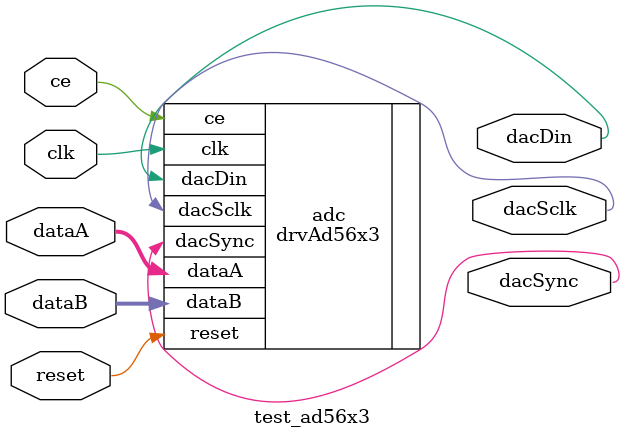
<source format=sv>

module test_ad56x3
    #(  parameter SIGN_A = "UNSIGNED",          // 0 for UNSIGNED, 1 for SIGNED data format
        SIGN_B = "UNSIGNED",                
        DATA_WIDTH = 14,        // width of data                
        SCLK_DIVIDER = 2,       // divide master clk frequency for dacSclk
        SYNC_DURATION = 5)      // dacSync is high between channels in cycles of dacSclk  
     (  input logic clk,                       // 25MHz on SOM-CV-SE-A6D-C3C-7I 
        input logic reset,
        input logic ce,                        // latch input data, sampling frequency of dac output
         
        input logic [DATA_WIDTH-1 : 0] dataA,  // data 14 bit, channel A
        input logic [DATA_WIDTH-1 : 0] dataB,  // data 14 bit, channel B
         
        output logic dacSync,                  // when sync is low begins write sequence
                                               // sync must be high for min 15 ns between transactions
        output logic dacSclk,                  // dac receives di on falling edge of sclk                                            
                                               // max 50 MHz
        output logic dacDin);                  // 24 bits;
    

    drvAd56x3        
        #(  .SIGN_A(SIGN_A),          
            .SIGN_B(SIGN_B),                
            .DATA_WIDTH(DATA_WIDTH),                  
            .SCLK_DIVIDER(SCLK_DIVIDER), 
            .SYNC_DURATION(SYNC_DURATION))
    adc
        (   .clk(clk),
            .reset(reset),
            .ce(ce),
            .dataA(dataA),
            .dataB(dataB),
            .dacSync(dacSync),
            .dacSclk(dacSclk),
            .dacDin(dacDin));
        
endmodule
</source>
